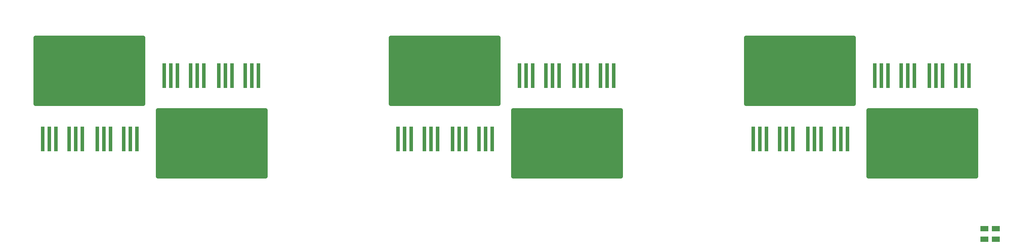
<source format=gtp>
G04 Layer_Color=8421504*
%FSLAX44Y44*%
%MOMM*%
G71*
G01*
G75*
G04:AMPARAMS|DCode=10|XSize=21.5mm|YSize=13.5mm|CornerRadius=0.3375mm|HoleSize=0mm|Usage=FLASHONLY|Rotation=180.000|XOffset=0mm|YOffset=0mm|HoleType=Round|Shape=RoundedRectangle|*
%AMROUNDEDRECTD10*
21,1,21.5000,12.8250,0,0,180.0*
21,1,20.8250,13.5000,0,0,180.0*
1,1,0.6750,-10.4125,6.4125*
1,1,0.6750,10.4125,6.4125*
1,1,0.6750,10.4125,-6.4125*
1,1,0.6750,-10.4125,-6.4125*
%
%ADD10ROUNDEDRECTD10*%
%ADD11R,0.8000X4.7000*%
%ADD12R,1.5200X1.1000*%
D10*
X1815833Y315290D02*
D03*
X1132572D02*
D03*
X449183D02*
D03*
X1580623Y454990D02*
D03*
X897303D02*
D03*
X214233D02*
D03*
D11*
X1829733Y446180D02*
D03*
X1842433D02*
D03*
X1855133D02*
D03*
X1880533D02*
D03*
X1893233D02*
D03*
X1905933D02*
D03*
X1800933Y446180D02*
D03*
X1788233D02*
D03*
X1775533D02*
D03*
X1750133D02*
D03*
X1737433D02*
D03*
X1724733D02*
D03*
X1146473Y446180D02*
D03*
X1159173D02*
D03*
X1171873D02*
D03*
X1197273D02*
D03*
X1209973D02*
D03*
X1222673D02*
D03*
X1117673Y446180D02*
D03*
X1104973D02*
D03*
X1092273D02*
D03*
X1066873D02*
D03*
X1054173D02*
D03*
X1041473D02*
D03*
X463083Y446180D02*
D03*
X475783D02*
D03*
X488483D02*
D03*
X513883D02*
D03*
X526583D02*
D03*
X539283D02*
D03*
X434283Y446180D02*
D03*
X421583D02*
D03*
X408883D02*
D03*
X383483D02*
D03*
X370783D02*
D03*
X358083D02*
D03*
X1566723Y324100D02*
D03*
X1554023D02*
D03*
X1541323D02*
D03*
X1515923D02*
D03*
X1503223D02*
D03*
X1490523D02*
D03*
X1595523Y324100D02*
D03*
X1608223D02*
D03*
X1620923D02*
D03*
X1646323D02*
D03*
X1659023D02*
D03*
X1671723D02*
D03*
X883403Y324100D02*
D03*
X870703D02*
D03*
X858003D02*
D03*
X832603D02*
D03*
X819903D02*
D03*
X807203D02*
D03*
X912203Y324100D02*
D03*
X924903D02*
D03*
X937603D02*
D03*
X963003D02*
D03*
X975703D02*
D03*
X988403D02*
D03*
X200333Y324100D02*
D03*
X187633D02*
D03*
X174933D02*
D03*
X149533D02*
D03*
X136833D02*
D03*
X124133D02*
D03*
X229133Y324100D02*
D03*
X241833D02*
D03*
X254533D02*
D03*
X279933D02*
D03*
X292633D02*
D03*
X305333D02*
D03*
D12*
X1957070Y130970D02*
D03*
Y150970D02*
D03*
X1935480Y130970D02*
D03*
Y150970D02*
D03*
M02*

</source>
